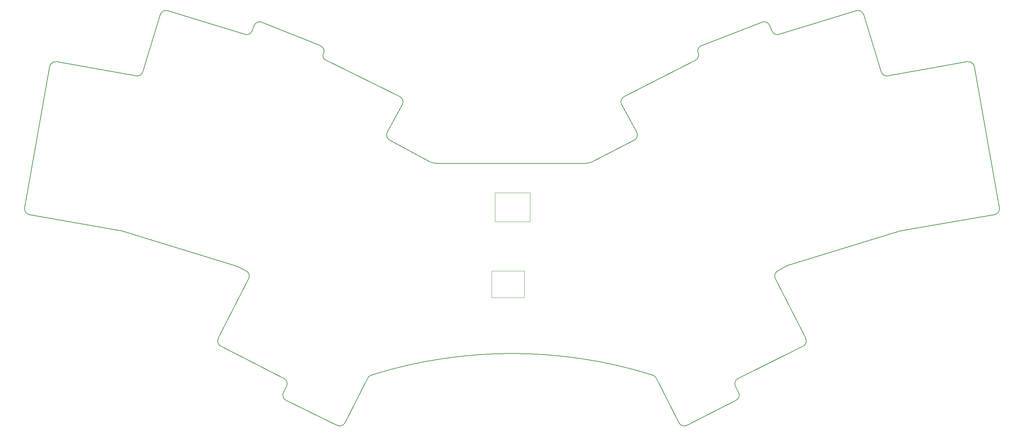
<source format=gbr>
%TF.GenerationSoftware,KiCad,Pcbnew,(6.0.4)*%
%TF.CreationDate,2022-08-23T16:30:45+02:00*%
%TF.ProjectId,Asfoora,4173666f-6f72-4612-9e6b-696361645f70,rev?*%
%TF.SameCoordinates,Original*%
%TF.FileFunction,Profile,NP*%
%FSLAX46Y46*%
G04 Gerber Fmt 4.6, Leading zero omitted, Abs format (unit mm)*
G04 Created by KiCad (PCBNEW (6.0.4)) date 2022-08-23 16:30:45*
%MOMM*%
%LPD*%
G01*
G04 APERTURE LIST*
%TA.AperFunction,Profile*%
%ADD10C,0.150000*%
%TD*%
%TA.AperFunction,Profile*%
%ADD11C,0.050000*%
%TD*%
G04 APERTURE END LIST*
D10*
X184257744Y-65414361D02*
G75*
G03*
X184913264Y-63396860I-681144J1336561D01*
G01*
X181709868Y-54305808D02*
G75*
G03*
X181054345Y-56323305I680932J-1336492D01*
G01*
X247025956Y-47965231D02*
G75*
G03*
X248720856Y-49003894I1434444J438531D01*
G01*
X242591814Y-33461914D02*
X247025926Y-47965240D01*
X105266397Y-43448896D02*
G75*
G03*
X104491374Y-41357849I-1339997J692496D01*
G01*
X110749587Y-137272342D02*
X116546623Y-125895018D01*
X53814394Y-88444147D02*
X82798839Y-97305581D01*
X108732097Y-137927856D02*
G75*
G03*
X110749587Y-137272343I681003J1336456D01*
G01*
X78547794Y-115788422D02*
X86265632Y-100641312D01*
X188961324Y-125145151D02*
G75*
G03*
X117432955Y-125145151I-35764184J-113673632D01*
G01*
X85307729Y-38468137D02*
G75*
G03*
X87137046Y-37595643I438571J1434437D01*
G01*
X133856573Y-71273796D02*
X172037705Y-71273796D01*
D11*
X157734000Y-78740000D02*
X149098000Y-78740000D01*
D10*
X29339173Y-82594012D02*
X35677332Y-46648529D01*
X252257970Y-88401396D02*
G75*
G03*
X252079885Y-88444147I260130J-1475904D01*
G01*
X242591820Y-33461912D02*
G75*
G03*
X240718799Y-32466015I-1434420J-438488D01*
G01*
X117432957Y-125145159D02*
G75*
G03*
X116546622Y-125895018I450243J-1430941D01*
G01*
X189847656Y-125895018D02*
X195644692Y-137272342D01*
X121481014Y-63396860D02*
X125339934Y-56323304D01*
X53814394Y-88444146D02*
G75*
G03*
X53636309Y-88401393I-438594J-1434654D01*
G01*
X197662188Y-137927867D02*
X210136279Y-131572000D01*
X221086566Y-38468191D02*
X240718799Y-32466015D01*
X89656432Y-35364144D02*
X104491374Y-41357850D01*
X181054345Y-56323304D02*
X184913264Y-63396860D01*
X227190951Y-117805899D02*
G75*
G03*
X227846486Y-115788423I-680951J1336499D01*
G01*
X79203318Y-117805918D02*
X95241435Y-125977747D01*
X37415007Y-45431838D02*
G75*
G03*
X35677332Y-46648528I-260507J-1477162D01*
G01*
X201168000Y-41402000D02*
X216737846Y-35364144D01*
X125339944Y-56323309D02*
G75*
G03*
X124684409Y-54305809I-1336744J680909D01*
G01*
X219257204Y-37595655D02*
G75*
G03*
X221086566Y-38468191I1390796J561955D01*
G01*
X218690532Y-36193010D02*
X219257233Y-37595643D01*
D11*
X157734000Y-86106000D02*
X148844000Y-86106000D01*
D10*
X199812895Y-45081851D02*
G75*
G03*
X200522687Y-43183437I-681095J1336551D01*
G01*
X89656426Y-35364162D02*
G75*
G03*
X87703747Y-36193010I-561926J-1390738D01*
G01*
X59368353Y-47965240D02*
X63802465Y-33461914D01*
X57673422Y-49003903D02*
G75*
G03*
X59368354Y-47965239I260478J1477203D01*
G01*
X87137046Y-37595643D02*
X87703747Y-36193010D01*
X248720856Y-49003894D02*
X268979264Y-45431790D01*
X83881105Y-97742845D02*
X82798839Y-97305581D01*
X220784167Y-98623807D02*
G75*
G03*
X220128647Y-100641312I680933J-1336493D01*
G01*
X65675479Y-32466015D02*
X85307713Y-38468191D01*
X132494607Y-70946804D02*
G75*
G03*
X133856573Y-71273796I1361993J2673004D01*
G01*
X121481030Y-63396868D02*
G75*
G03*
X122136538Y-65414356I1336370J-681032D01*
G01*
D11*
X148075738Y-98690000D02*
X156348000Y-98690000D01*
X148844000Y-86106000D02*
X148844000Y-78740000D01*
X157734000Y-86106000D02*
X157734000Y-78740000D01*
D10*
X210652844Y-125977747D02*
X227190961Y-117805918D01*
X223095440Y-97305581D02*
X252079885Y-88444147D01*
X275838368Y-84331709D02*
G75*
G03*
X277055106Y-82594012I-260468J1477209D01*
G01*
X201167998Y-41401997D02*
G75*
G03*
X200522687Y-43183437I629702J-1235703D01*
G01*
X173399677Y-70946815D02*
X184257741Y-65414355D01*
X30555913Y-84331696D02*
X53636309Y-88401393D01*
X210791803Y-129554504D02*
X209997320Y-127995243D01*
X105266386Y-43448891D02*
G75*
G03*
X105603488Y-44843872I939414J-511209D01*
G01*
X95896992Y-127995260D02*
G75*
G03*
X95241435Y-125977747I-1336592J680960D01*
G01*
X95758000Y-131572000D02*
X108732091Y-137927867D01*
X270716947Y-46648529D02*
X277055106Y-82594012D01*
X78547783Y-115788417D02*
G75*
G03*
X79203317Y-117805917I1336517J-680983D01*
G01*
X181709869Y-54305809D02*
X199812897Y-45081855D01*
X252257970Y-88401393D02*
X275838366Y-84331696D01*
X95102493Y-129554513D02*
G75*
G03*
X95758000Y-131572000I1336507J-680987D01*
G01*
X37415016Y-45431790D02*
X57673424Y-49003894D01*
X105603488Y-44843872D02*
X124684409Y-54305809D01*
D11*
X148075738Y-98690000D02*
X148075738Y-105410000D01*
D10*
X95896959Y-127995243D02*
X95102476Y-129554504D01*
D11*
X148844000Y-78740000D02*
X149098000Y-78740000D01*
X148075738Y-105410000D02*
X156348000Y-105410000D01*
D10*
X210652856Y-125977771D02*
G75*
G03*
X209997320Y-127995243I681044J-1336529D01*
G01*
X29339203Y-82594017D02*
G75*
G03*
X30555913Y-84331696I1477197J-260483D01*
G01*
X189847666Y-125895013D02*
G75*
G03*
X188961324Y-125145151I-1336666J-681187D01*
G01*
X220128647Y-100641312D02*
X227846485Y-115788422D01*
X210136284Y-131572010D02*
G75*
G03*
X210791803Y-129554504I-680984J1336510D01*
G01*
X86265592Y-100641292D02*
G75*
G03*
X85610108Y-98623816I-1336492J680992D01*
G01*
X195644706Y-137272336D02*
G75*
G03*
X197662188Y-137927867I1336494J680936D01*
G01*
X218690523Y-36193014D02*
G75*
G03*
X216737846Y-35364144I-1390723J-561786D01*
G01*
X65675466Y-32466059D02*
G75*
G03*
X63802465Y-33461915I-438566J-1434441D01*
G01*
X122136538Y-65414356D02*
X132494602Y-70946815D01*
X85610108Y-98623816D02*
X83881105Y-97742845D01*
D11*
X156348000Y-105410000D02*
X156348000Y-98690000D01*
D10*
X172037705Y-71273798D02*
G75*
G03*
X173399677Y-70946816I95J2999598D01*
G01*
X270716905Y-46648536D02*
G75*
G03*
X268979264Y-45431790I-1477205J-260464D01*
G01*
X223095440Y-97305581D02*
X220784171Y-98623816D01*
M02*

</source>
